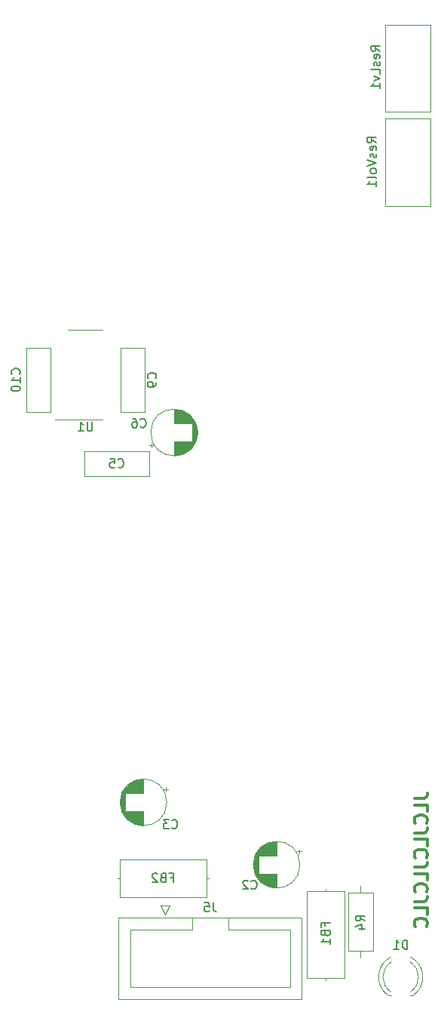
<source format=gbo>
G04 #@! TF.GenerationSoftware,KiCad,Pcbnew,6.0.9+dfsg-1~bpo11+1*
G04 #@! TF.CreationDate,2022-12-28T23:23:11+00:00*
G04 #@! TF.ProjectId,MS20-VCF,4d533230-2d56-4434-962e-6b696361645f,rev?*
G04 #@! TF.SameCoordinates,Original*
G04 #@! TF.FileFunction,Legend,Bot*
G04 #@! TF.FilePolarity,Positive*
%FSLAX46Y46*%
G04 Gerber Fmt 4.6, Leading zero omitted, Abs format (unit mm)*
G04 Created by KiCad (PCBNEW 6.0.9+dfsg-1~bpo11+1) date 2022-12-28 23:23:11*
%MOMM*%
%LPD*%
G01*
G04 APERTURE LIST*
%ADD10C,0.300000*%
%ADD11C,0.150000*%
%ADD12C,0.120000*%
%ADD13C,1.600000*%
%ADD14C,4.000000*%
%ADD15C,1.800000*%
%ADD16R,1.600000X1.600000*%
%ADD17O,1.600000X1.600000*%
%ADD18R,1.930000X1.830000*%
%ADD19C,2.130000*%
%ADD20R,1.500000X1.500000*%
%ADD21C,1.500000*%
%ADD22O,3.700000X2.400000*%
%ADD23R,1.800000X1.800000*%
%ADD24C,2.000000*%
%ADD25O,2.000000X2.000000*%
%ADD26C,1.700000*%
%ADD27C,1.440000*%
G04 APERTURE END LIST*
D10*
X82928571Y-123571428D02*
X84000000Y-123571428D01*
X84214285Y-123500000D01*
X84357142Y-123357142D01*
X84428571Y-123142857D01*
X84428571Y-123000000D01*
X84428571Y-125000000D02*
X84428571Y-124285714D01*
X82928571Y-124285714D01*
X84285714Y-126357142D02*
X84357142Y-126285714D01*
X84428571Y-126071428D01*
X84428571Y-125928571D01*
X84357142Y-125714285D01*
X84214285Y-125571428D01*
X84071428Y-125500000D01*
X83785714Y-125428571D01*
X83571428Y-125428571D01*
X83285714Y-125500000D01*
X83142857Y-125571428D01*
X83000000Y-125714285D01*
X82928571Y-125928571D01*
X82928571Y-126071428D01*
X83000000Y-126285714D01*
X83071428Y-126357142D01*
X82928571Y-127428571D02*
X84000000Y-127428571D01*
X84214285Y-127357142D01*
X84357142Y-127214285D01*
X84428571Y-127000000D01*
X84428571Y-126857142D01*
X84428571Y-128857142D02*
X84428571Y-128142857D01*
X82928571Y-128142857D01*
X84285714Y-130214285D02*
X84357142Y-130142857D01*
X84428571Y-129928571D01*
X84428571Y-129785714D01*
X84357142Y-129571428D01*
X84214285Y-129428571D01*
X84071428Y-129357142D01*
X83785714Y-129285714D01*
X83571428Y-129285714D01*
X83285714Y-129357142D01*
X83142857Y-129428571D01*
X83000000Y-129571428D01*
X82928571Y-129785714D01*
X82928571Y-129928571D01*
X83000000Y-130142857D01*
X83071428Y-130214285D01*
X82928571Y-131285714D02*
X84000000Y-131285714D01*
X84214285Y-131214285D01*
X84357142Y-131071428D01*
X84428571Y-130857142D01*
X84428571Y-130714285D01*
X84428571Y-132714285D02*
X84428571Y-132000000D01*
X82928571Y-132000000D01*
X84285714Y-134071428D02*
X84357142Y-134000000D01*
X84428571Y-133785714D01*
X84428571Y-133642857D01*
X84357142Y-133428571D01*
X84214285Y-133285714D01*
X84071428Y-133214285D01*
X83785714Y-133142857D01*
X83571428Y-133142857D01*
X83285714Y-133214285D01*
X83142857Y-133285714D01*
X83000000Y-133428571D01*
X82928571Y-133642857D01*
X82928571Y-133785714D01*
X83000000Y-134000000D01*
X83071428Y-134071428D01*
X82928571Y-135142857D02*
X84000000Y-135142857D01*
X84214285Y-135071428D01*
X84357142Y-134928571D01*
X84428571Y-134714285D01*
X84428571Y-134571428D01*
X84428571Y-136571428D02*
X84428571Y-135857142D01*
X82928571Y-135857142D01*
X84285714Y-137928571D02*
X84357142Y-137857142D01*
X84428571Y-137642857D01*
X84428571Y-137500000D01*
X84357142Y-137285714D01*
X84214285Y-137142857D01*
X84071428Y-137071428D01*
X83785714Y-137000000D01*
X83571428Y-137000000D01*
X83285714Y-137071428D01*
X83142857Y-137142857D01*
X83000000Y-137285714D01*
X82928571Y-137500000D01*
X82928571Y-137642857D01*
X83000000Y-137857142D01*
X83071428Y-137928571D01*
D11*
X64616666Y-133657142D02*
X64664285Y-133704761D01*
X64807142Y-133752380D01*
X64902380Y-133752380D01*
X65045238Y-133704761D01*
X65140476Y-133609523D01*
X65188095Y-133514285D01*
X65235714Y-133323809D01*
X65235714Y-133180952D01*
X65188095Y-132990476D01*
X65140476Y-132895238D01*
X65045238Y-132800000D01*
X64902380Y-132752380D01*
X64807142Y-132752380D01*
X64664285Y-132800000D01*
X64616666Y-132847619D01*
X64235714Y-132847619D02*
X64188095Y-132800000D01*
X64092857Y-132752380D01*
X63854761Y-132752380D01*
X63759523Y-132800000D01*
X63711904Y-132847619D01*
X63664285Y-132942857D01*
X63664285Y-133038095D01*
X63711904Y-133180952D01*
X64283333Y-133752380D01*
X63664285Y-133752380D01*
X55711553Y-126857142D02*
X55759172Y-126904761D01*
X55902029Y-126952380D01*
X55997267Y-126952380D01*
X56140125Y-126904761D01*
X56235363Y-126809523D01*
X56282982Y-126714285D01*
X56330601Y-126523809D01*
X56330601Y-126380952D01*
X56282982Y-126190476D01*
X56235363Y-126095238D01*
X56140125Y-126000000D01*
X55997267Y-125952380D01*
X55902029Y-125952380D01*
X55759172Y-126000000D01*
X55711553Y-126047619D01*
X55378220Y-125952380D02*
X54759172Y-125952380D01*
X55092506Y-126333333D01*
X54949648Y-126333333D01*
X54854410Y-126380952D01*
X54806791Y-126428571D01*
X54759172Y-126523809D01*
X54759172Y-126761904D01*
X54806791Y-126857142D01*
X54854410Y-126904761D01*
X54949648Y-126952380D01*
X55235363Y-126952380D01*
X55330601Y-126904761D01*
X55378220Y-126857142D01*
X52166666Y-81857142D02*
X52214285Y-81904761D01*
X52357142Y-81952380D01*
X52452380Y-81952380D01*
X52595238Y-81904761D01*
X52690476Y-81809523D01*
X52738095Y-81714285D01*
X52785714Y-81523809D01*
X52785714Y-81380952D01*
X52738095Y-81190476D01*
X52690476Y-81095238D01*
X52595238Y-81000000D01*
X52452380Y-80952380D01*
X52357142Y-80952380D01*
X52214285Y-81000000D01*
X52166666Y-81047619D01*
X51309523Y-80952380D02*
X51500000Y-80952380D01*
X51595238Y-81000000D01*
X51642857Y-81047619D01*
X51738095Y-81190476D01*
X51785714Y-81380952D01*
X51785714Y-81761904D01*
X51738095Y-81857142D01*
X51690476Y-81904761D01*
X51595238Y-81952380D01*
X51404761Y-81952380D01*
X51309523Y-81904761D01*
X51261904Y-81857142D01*
X51214285Y-81761904D01*
X51214285Y-81523809D01*
X51261904Y-81428571D01*
X51309523Y-81380952D01*
X51404761Y-81333333D01*
X51595238Y-81333333D01*
X51690476Y-81380952D01*
X51738095Y-81428571D01*
X51785714Y-81523809D01*
X82138095Y-140452380D02*
X82138095Y-139452380D01*
X81900000Y-139452380D01*
X81757142Y-139500000D01*
X81661904Y-139595238D01*
X81614285Y-139690476D01*
X81566666Y-139880952D01*
X81566666Y-140023809D01*
X81614285Y-140214285D01*
X81661904Y-140309523D01*
X81757142Y-140404761D01*
X81900000Y-140452380D01*
X82138095Y-140452380D01*
X80614285Y-140452380D02*
X81185714Y-140452380D01*
X80900000Y-140452380D02*
X80900000Y-139452380D01*
X80995238Y-139595238D01*
X81090476Y-139690476D01*
X81185714Y-139738095D01*
X55533333Y-132428571D02*
X55866666Y-132428571D01*
X55866666Y-132952380D02*
X55866666Y-131952380D01*
X55390476Y-131952380D01*
X54676190Y-132428571D02*
X54533333Y-132476190D01*
X54485714Y-132523809D01*
X54438095Y-132619047D01*
X54438095Y-132761904D01*
X54485714Y-132857142D01*
X54533333Y-132904761D01*
X54628571Y-132952380D01*
X55009523Y-132952380D01*
X55009523Y-131952380D01*
X54676190Y-131952380D01*
X54580952Y-132000000D01*
X54533333Y-132047619D01*
X54485714Y-132142857D01*
X54485714Y-132238095D01*
X54533333Y-132333333D01*
X54580952Y-132380952D01*
X54676190Y-132428571D01*
X55009523Y-132428571D01*
X54057142Y-132047619D02*
X54009523Y-132000000D01*
X53914285Y-131952380D01*
X53676190Y-131952380D01*
X53580952Y-132000000D01*
X53533333Y-132047619D01*
X53485714Y-132142857D01*
X53485714Y-132238095D01*
X53533333Y-132380952D01*
X54104761Y-132952380D01*
X53485714Y-132952380D01*
X60333333Y-135252380D02*
X60333333Y-135966666D01*
X60380952Y-136109523D01*
X60476190Y-136204761D01*
X60619047Y-136252380D01*
X60714285Y-136252380D01*
X59380952Y-135252380D02*
X59857142Y-135252380D01*
X59904761Y-135728571D01*
X59857142Y-135680952D01*
X59761904Y-135633333D01*
X59523809Y-135633333D01*
X59428571Y-135680952D01*
X59380952Y-135728571D01*
X59333333Y-135823809D01*
X59333333Y-136061904D01*
X59380952Y-136157142D01*
X59428571Y-136204761D01*
X59523809Y-136252380D01*
X59761904Y-136252380D01*
X59857142Y-136204761D01*
X59904761Y-136157142D01*
X79072380Y-39714285D02*
X78596190Y-39380952D01*
X79072380Y-39142857D02*
X78072380Y-39142857D01*
X78072380Y-39523809D01*
X78120000Y-39619047D01*
X78167619Y-39666666D01*
X78262857Y-39714285D01*
X78405714Y-39714285D01*
X78500952Y-39666666D01*
X78548571Y-39619047D01*
X78596190Y-39523809D01*
X78596190Y-39142857D01*
X79024761Y-40523809D02*
X79072380Y-40428571D01*
X79072380Y-40238095D01*
X79024761Y-40142857D01*
X78929523Y-40095238D01*
X78548571Y-40095238D01*
X78453333Y-40142857D01*
X78405714Y-40238095D01*
X78405714Y-40428571D01*
X78453333Y-40523809D01*
X78548571Y-40571428D01*
X78643809Y-40571428D01*
X78739047Y-40095238D01*
X79024761Y-40952380D02*
X79072380Y-41047619D01*
X79072380Y-41238095D01*
X79024761Y-41333333D01*
X78929523Y-41380952D01*
X78881904Y-41380952D01*
X78786666Y-41333333D01*
X78739047Y-41238095D01*
X78739047Y-41095238D01*
X78691428Y-41000000D01*
X78596190Y-40952380D01*
X78548571Y-40952380D01*
X78453333Y-41000000D01*
X78405714Y-41095238D01*
X78405714Y-41238095D01*
X78453333Y-41333333D01*
X79072380Y-42285714D02*
X79072380Y-41809523D01*
X78072380Y-41809523D01*
X78405714Y-42523809D02*
X79072380Y-42761904D01*
X78405714Y-43000000D01*
X79072380Y-43904761D02*
X79072380Y-43333333D01*
X79072380Y-43619047D02*
X78072380Y-43619047D01*
X78215238Y-43523809D01*
X78310476Y-43428571D01*
X78358095Y-43333333D01*
X78652380Y-49997142D02*
X78176190Y-49663809D01*
X78652380Y-49425714D02*
X77652380Y-49425714D01*
X77652380Y-49806666D01*
X77700000Y-49901904D01*
X77747619Y-49949523D01*
X77842857Y-49997142D01*
X77985714Y-49997142D01*
X78080952Y-49949523D01*
X78128571Y-49901904D01*
X78176190Y-49806666D01*
X78176190Y-49425714D01*
X78604761Y-50806666D02*
X78652380Y-50711428D01*
X78652380Y-50520952D01*
X78604761Y-50425714D01*
X78509523Y-50378095D01*
X78128571Y-50378095D01*
X78033333Y-50425714D01*
X77985714Y-50520952D01*
X77985714Y-50711428D01*
X78033333Y-50806666D01*
X78128571Y-50854285D01*
X78223809Y-50854285D01*
X78319047Y-50378095D01*
X78604761Y-51235238D02*
X78652380Y-51330476D01*
X78652380Y-51520952D01*
X78604761Y-51616190D01*
X78509523Y-51663809D01*
X78461904Y-51663809D01*
X78366666Y-51616190D01*
X78319047Y-51520952D01*
X78319047Y-51378095D01*
X78271428Y-51282857D01*
X78176190Y-51235238D01*
X78128571Y-51235238D01*
X78033333Y-51282857D01*
X77985714Y-51378095D01*
X77985714Y-51520952D01*
X78033333Y-51616190D01*
X77652380Y-51949523D02*
X78652380Y-52282857D01*
X77652380Y-52616190D01*
X78652380Y-53092380D02*
X78604761Y-52997142D01*
X78557142Y-52949523D01*
X78461904Y-52901904D01*
X78176190Y-52901904D01*
X78080952Y-52949523D01*
X78033333Y-52997142D01*
X77985714Y-53092380D01*
X77985714Y-53235238D01*
X78033333Y-53330476D01*
X78080952Y-53378095D01*
X78176190Y-53425714D01*
X78461904Y-53425714D01*
X78557142Y-53378095D01*
X78604761Y-53330476D01*
X78652380Y-53235238D01*
X78652380Y-53092380D01*
X78652380Y-53997142D02*
X78604761Y-53901904D01*
X78509523Y-53854285D01*
X77652380Y-53854285D01*
X78652380Y-54901904D02*
X78652380Y-54330476D01*
X78652380Y-54616190D02*
X77652380Y-54616190D01*
X77795238Y-54520952D01*
X77890476Y-54425714D01*
X77938095Y-54330476D01*
X77352380Y-137313333D02*
X76876190Y-136980000D01*
X77352380Y-136741904D02*
X76352380Y-136741904D01*
X76352380Y-137122857D01*
X76400000Y-137218095D01*
X76447619Y-137265714D01*
X76542857Y-137313333D01*
X76685714Y-137313333D01*
X76780952Y-137265714D01*
X76828571Y-137218095D01*
X76876190Y-137122857D01*
X76876190Y-136741904D01*
X76685714Y-138170476D02*
X77352380Y-138170476D01*
X76304761Y-137932380D02*
X77019047Y-137694285D01*
X77019047Y-138313333D01*
X72928571Y-137866666D02*
X72928571Y-137533333D01*
X73452380Y-137533333D02*
X72452380Y-137533333D01*
X72452380Y-138009523D01*
X72928571Y-138723809D02*
X72976190Y-138866666D01*
X73023809Y-138914285D01*
X73119047Y-138961904D01*
X73261904Y-138961904D01*
X73357142Y-138914285D01*
X73404761Y-138866666D01*
X73452380Y-138771428D01*
X73452380Y-138390476D01*
X72452380Y-138390476D01*
X72452380Y-138723809D01*
X72500000Y-138819047D01*
X72547619Y-138866666D01*
X72642857Y-138914285D01*
X72738095Y-138914285D01*
X72833333Y-138866666D01*
X72880952Y-138819047D01*
X72928571Y-138723809D01*
X72928571Y-138390476D01*
X73452380Y-139914285D02*
X73452380Y-139342857D01*
X73452380Y-139628571D02*
X72452380Y-139628571D01*
X72595238Y-139533333D01*
X72690476Y-139438095D01*
X72738095Y-139342857D01*
X46761904Y-81352380D02*
X46761904Y-82161904D01*
X46714285Y-82257142D01*
X46666666Y-82304761D01*
X46571428Y-82352380D01*
X46380952Y-82352380D01*
X46285714Y-82304761D01*
X46238095Y-82257142D01*
X46190476Y-82161904D01*
X46190476Y-81352380D01*
X45190476Y-82352380D02*
X45761904Y-82352380D01*
X45476190Y-82352380D02*
X45476190Y-81352380D01*
X45571428Y-81495238D01*
X45666666Y-81590476D01*
X45761904Y-81638095D01*
X49666666Y-86357142D02*
X49714285Y-86404761D01*
X49857142Y-86452380D01*
X49952380Y-86452380D01*
X50095238Y-86404761D01*
X50190476Y-86309523D01*
X50238095Y-86214285D01*
X50285714Y-86023809D01*
X50285714Y-85880952D01*
X50238095Y-85690476D01*
X50190476Y-85595238D01*
X50095238Y-85500000D01*
X49952380Y-85452380D01*
X49857142Y-85452380D01*
X49714285Y-85500000D01*
X49666666Y-85547619D01*
X48761904Y-85452380D02*
X49238095Y-85452380D01*
X49285714Y-85928571D01*
X49238095Y-85880952D01*
X49142857Y-85833333D01*
X48904761Y-85833333D01*
X48809523Y-85880952D01*
X48761904Y-85928571D01*
X48714285Y-86023809D01*
X48714285Y-86261904D01*
X48761904Y-86357142D01*
X48809523Y-86404761D01*
X48904761Y-86452380D01*
X49142857Y-86452380D01*
X49238095Y-86404761D01*
X49285714Y-86357142D01*
X53857142Y-76433333D02*
X53904761Y-76385714D01*
X53952380Y-76242857D01*
X53952380Y-76147619D01*
X53904761Y-76004761D01*
X53809523Y-75909523D01*
X53714285Y-75861904D01*
X53523809Y-75814285D01*
X53380952Y-75814285D01*
X53190476Y-75861904D01*
X53095238Y-75909523D01*
X53000000Y-76004761D01*
X52952380Y-76147619D01*
X52952380Y-76242857D01*
X53000000Y-76385714D01*
X53047619Y-76433333D01*
X53952380Y-76909523D02*
X53952380Y-77100000D01*
X53904761Y-77195238D01*
X53857142Y-77242857D01*
X53714285Y-77338095D01*
X53523809Y-77385714D01*
X53142857Y-77385714D01*
X53047619Y-77338095D01*
X53000000Y-77290476D01*
X52952380Y-77195238D01*
X52952380Y-77004761D01*
X53000000Y-76909523D01*
X53047619Y-76861904D01*
X53142857Y-76814285D01*
X53380952Y-76814285D01*
X53476190Y-76861904D01*
X53523809Y-76909523D01*
X53571428Y-77004761D01*
X53571428Y-77195238D01*
X53523809Y-77290476D01*
X53476190Y-77338095D01*
X53380952Y-77385714D01*
X38557142Y-75957142D02*
X38604761Y-75909523D01*
X38652380Y-75766666D01*
X38652380Y-75671428D01*
X38604761Y-75528571D01*
X38509523Y-75433333D01*
X38414285Y-75385714D01*
X38223809Y-75338095D01*
X38080952Y-75338095D01*
X37890476Y-75385714D01*
X37795238Y-75433333D01*
X37700000Y-75528571D01*
X37652380Y-75671428D01*
X37652380Y-75766666D01*
X37700000Y-75909523D01*
X37747619Y-75957142D01*
X38652380Y-76909523D02*
X38652380Y-76338095D01*
X38652380Y-76623809D02*
X37652380Y-76623809D01*
X37795238Y-76528571D01*
X37890476Y-76433333D01*
X37938095Y-76338095D01*
X37652380Y-77528571D02*
X37652380Y-77623809D01*
X37700000Y-77719047D01*
X37747619Y-77766666D01*
X37842857Y-77814285D01*
X38033333Y-77861904D01*
X38271428Y-77861904D01*
X38461904Y-77814285D01*
X38557142Y-77766666D01*
X38604761Y-77719047D01*
X38652380Y-77623809D01*
X38652380Y-77528571D01*
X38604761Y-77433333D01*
X38557142Y-77385714D01*
X38461904Y-77338095D01*
X38271428Y-77290476D01*
X38033333Y-77290476D01*
X37842857Y-77338095D01*
X37747619Y-77385714D01*
X37700000Y-77433333D01*
X37652380Y-77528571D01*
D12*
X66534112Y-132040000D02*
X66534112Y-133414000D01*
X66174112Y-132040000D02*
X66174112Y-133247000D01*
X66654112Y-128545000D02*
X66654112Y-129960000D01*
X65494112Y-129301000D02*
X65494112Y-129960000D01*
X70009887Y-129275000D02*
X70009887Y-129775000D01*
X67255112Y-128427000D02*
X67255112Y-129960000D01*
X66014112Y-132040000D02*
X66014112Y-133149000D01*
X65094112Y-129902000D02*
X65094112Y-132098000D01*
X65374112Y-129446000D02*
X65374112Y-132554000D01*
X66374112Y-128652000D02*
X66374112Y-129960000D01*
X64974112Y-130195000D02*
X64974112Y-131805000D01*
X66855112Y-128489000D02*
X66855112Y-129960000D01*
X66614112Y-128558000D02*
X66614112Y-129960000D01*
X67015112Y-128457000D02*
X67015112Y-129960000D01*
X65534112Y-129257000D02*
X65534112Y-129960000D01*
X64894112Y-130482000D02*
X64894112Y-131518000D01*
X65454112Y-129347000D02*
X65454112Y-129960000D01*
X65574112Y-132040000D02*
X65574112Y-132785000D01*
X67015112Y-132040000D02*
X67015112Y-133543000D01*
X67455112Y-128420000D02*
X67455112Y-129960000D01*
X66454112Y-128618000D02*
X66454112Y-129960000D01*
X66294112Y-128690000D02*
X66294112Y-129960000D01*
X67095112Y-132040000D02*
X67095112Y-133556000D01*
X65454112Y-132040000D02*
X65454112Y-132653000D01*
X65254112Y-129617000D02*
X65254112Y-132383000D01*
X65854112Y-128965000D02*
X65854112Y-129960000D01*
X67415112Y-128420000D02*
X67415112Y-129960000D01*
X67415112Y-132040000D02*
X67415112Y-133580000D01*
X65294112Y-129557000D02*
X65294112Y-132443000D01*
X66254112Y-128710000D02*
X66254112Y-129960000D01*
X67295112Y-132040000D02*
X67295112Y-133576000D01*
X66334112Y-128671000D02*
X66334112Y-129960000D01*
X65534112Y-132040000D02*
X65534112Y-132743000D01*
X66815112Y-128499000D02*
X66815112Y-129960000D01*
X67295112Y-128424000D02*
X67295112Y-129960000D01*
X66574112Y-128572000D02*
X66574112Y-129960000D01*
X65774112Y-132040000D02*
X65774112Y-132971000D01*
X65334112Y-129500000D02*
X65334112Y-132500000D01*
X66895112Y-128480000D02*
X66895112Y-129960000D01*
X66895112Y-132040000D02*
X66895112Y-133520000D01*
X67215112Y-132040000D02*
X67215112Y-133569000D01*
X66775112Y-132040000D02*
X66775112Y-133491000D01*
X66374112Y-132040000D02*
X66374112Y-133348000D01*
X67175112Y-132040000D02*
X67175112Y-133565000D01*
X66134112Y-128776000D02*
X66134112Y-129960000D01*
X65934112Y-128905000D02*
X65934112Y-129960000D01*
X66134112Y-132040000D02*
X66134112Y-133224000D01*
X64854112Y-130716000D02*
X64854112Y-131284000D01*
X67055112Y-132040000D02*
X67055112Y-133550000D01*
X67335112Y-128422000D02*
X67335112Y-129960000D01*
X66734112Y-132040000D02*
X66734112Y-133480000D01*
X66694112Y-128532000D02*
X66694112Y-129960000D01*
X66054112Y-128825000D02*
X66054112Y-129960000D01*
X67135112Y-128439000D02*
X67135112Y-129960000D01*
X67375112Y-128421000D02*
X67375112Y-129960000D01*
X66654112Y-132040000D02*
X66654112Y-133455000D01*
X65174112Y-129749000D02*
X65174112Y-132251000D01*
X66014112Y-128851000D02*
X66014112Y-129960000D01*
X66174112Y-128753000D02*
X66174112Y-129960000D01*
X65134112Y-129822000D02*
X65134112Y-132178000D01*
X65774112Y-129029000D02*
X65774112Y-129960000D01*
X66414112Y-132040000D02*
X66414112Y-133365000D01*
X65894112Y-128935000D02*
X65894112Y-129960000D01*
X65694112Y-132040000D02*
X65694112Y-132901000D01*
X66414112Y-128635000D02*
X66414112Y-129960000D01*
X66935112Y-132040000D02*
X66935112Y-133528000D01*
X67255112Y-132040000D02*
X67255112Y-133573000D01*
X66094112Y-128800000D02*
X66094112Y-129960000D01*
X65214112Y-129681000D02*
X65214112Y-132319000D01*
X66214112Y-128732000D02*
X66214112Y-129960000D01*
X65654112Y-129136000D02*
X65654112Y-129960000D01*
X66494112Y-132040000D02*
X66494112Y-133398000D01*
X65614112Y-132040000D02*
X65614112Y-132826000D01*
X66454112Y-132040000D02*
X66454112Y-133382000D01*
X66815112Y-132040000D02*
X66815112Y-133501000D01*
X66574112Y-132040000D02*
X66574112Y-133428000D01*
X67095112Y-128444000D02*
X67095112Y-129960000D01*
X67135112Y-132040000D02*
X67135112Y-133561000D01*
X65494112Y-132040000D02*
X65494112Y-132699000D01*
X67055112Y-128450000D02*
X67055112Y-129960000D01*
X67335112Y-132040000D02*
X67335112Y-133578000D01*
X67455112Y-132040000D02*
X67455112Y-133580000D01*
X66334112Y-132040000D02*
X66334112Y-133329000D01*
X65614112Y-129174000D02*
X65614112Y-129960000D01*
X65934112Y-132040000D02*
X65934112Y-133095000D01*
X65894112Y-132040000D02*
X65894112Y-133065000D01*
X66054112Y-132040000D02*
X66054112Y-133175000D01*
X65974112Y-128878000D02*
X65974112Y-129960000D01*
X65974112Y-132040000D02*
X65974112Y-133122000D01*
X66094112Y-132040000D02*
X66094112Y-133200000D01*
X65854112Y-132040000D02*
X65854112Y-133035000D01*
X66855112Y-132040000D02*
X66855112Y-133511000D01*
X66214112Y-132040000D02*
X66214112Y-133268000D01*
X65574112Y-129215000D02*
X65574112Y-129960000D01*
X66734112Y-128520000D02*
X66734112Y-129960000D01*
X65414112Y-129395000D02*
X65414112Y-132605000D01*
X66494112Y-128602000D02*
X66494112Y-129960000D01*
X65054112Y-129989000D02*
X65054112Y-132011000D01*
X66975112Y-128464000D02*
X66975112Y-129960000D01*
X65814112Y-128996000D02*
X65814112Y-129960000D01*
X70259887Y-129525000D02*
X69759887Y-129525000D01*
X65654112Y-132040000D02*
X65654112Y-132864000D01*
X67175112Y-128435000D02*
X67175112Y-129960000D01*
X65734112Y-129063000D02*
X65734112Y-129960000D01*
X66254112Y-132040000D02*
X66254112Y-133290000D01*
X65734112Y-132040000D02*
X65734112Y-132937000D01*
X65014112Y-130085000D02*
X65014112Y-131915000D01*
X64934112Y-130323000D02*
X64934112Y-131677000D01*
X65814112Y-132040000D02*
X65814112Y-133004000D01*
X66935112Y-128472000D02*
X66935112Y-129960000D01*
X67215112Y-128431000D02*
X67215112Y-129960000D01*
X67375112Y-132040000D02*
X67375112Y-133579000D01*
X66534112Y-128586000D02*
X66534112Y-129960000D01*
X66614112Y-132040000D02*
X66614112Y-133442000D01*
X66975112Y-132040000D02*
X66975112Y-133536000D01*
X66694112Y-132040000D02*
X66694112Y-133468000D01*
X66294112Y-132040000D02*
X66294112Y-133310000D01*
X66775112Y-128509000D02*
X66775112Y-129960000D01*
X65694112Y-129099000D02*
X65694112Y-129960000D01*
X70075112Y-131000000D02*
G75*
G03*
X70075112Y-131000000I-2620000J0D01*
G01*
X51099000Y-125040000D02*
X51099000Y-126175000D01*
X52500000Y-125040000D02*
X52500000Y-126580000D01*
X50299000Y-122617000D02*
X50299000Y-125383000D01*
X52380000Y-121422000D02*
X52380000Y-122960000D01*
X52300000Y-121427000D02*
X52300000Y-122960000D01*
X51579000Y-125040000D02*
X51579000Y-126414000D01*
X50859000Y-121996000D02*
X50859000Y-122960000D01*
X50259000Y-122681000D02*
X50259000Y-125319000D01*
X50939000Y-125040000D02*
X50939000Y-126065000D01*
X50699000Y-122136000D02*
X50699000Y-122960000D01*
X49939000Y-123482000D02*
X49939000Y-124518000D01*
X51900000Y-125040000D02*
X51900000Y-126511000D01*
X51179000Y-121776000D02*
X51179000Y-122960000D01*
X50139000Y-122902000D02*
X50139000Y-125098000D01*
X51659000Y-121558000D02*
X51659000Y-122960000D01*
X51299000Y-125040000D02*
X51299000Y-126290000D01*
X51259000Y-121732000D02*
X51259000Y-122960000D01*
X52380000Y-125040000D02*
X52380000Y-126578000D01*
X50499000Y-122347000D02*
X50499000Y-122960000D01*
X51860000Y-121499000D02*
X51860000Y-122960000D01*
X50979000Y-125040000D02*
X50979000Y-126095000D01*
X50819000Y-125040000D02*
X50819000Y-125971000D01*
X50059000Y-123085000D02*
X50059000Y-124915000D01*
X51139000Y-125040000D02*
X51139000Y-126200000D01*
X50899000Y-121965000D02*
X50899000Y-122960000D01*
X52420000Y-125040000D02*
X52420000Y-126579000D01*
X50859000Y-125040000D02*
X50859000Y-126004000D01*
X50499000Y-125040000D02*
X50499000Y-125653000D01*
X52460000Y-125040000D02*
X52460000Y-126580000D01*
X52460000Y-121420000D02*
X52460000Y-122960000D01*
X51779000Y-121520000D02*
X51779000Y-122960000D01*
X51019000Y-125040000D02*
X51019000Y-126122000D01*
X50379000Y-122500000D02*
X50379000Y-125500000D01*
X50739000Y-125040000D02*
X50739000Y-125901000D01*
X52180000Y-121439000D02*
X52180000Y-122960000D01*
X51379000Y-125040000D02*
X51379000Y-126329000D01*
X50779000Y-122063000D02*
X50779000Y-122960000D01*
X51820000Y-121509000D02*
X51820000Y-122960000D01*
X50219000Y-122749000D02*
X50219000Y-125251000D01*
X50939000Y-121935000D02*
X50939000Y-122960000D01*
X51659000Y-125040000D02*
X51659000Y-126442000D01*
X50899000Y-125040000D02*
X50899000Y-126035000D01*
X50739000Y-122099000D02*
X50739000Y-122960000D01*
X50819000Y-122029000D02*
X50819000Y-122960000D01*
X51900000Y-121489000D02*
X51900000Y-122960000D01*
X52260000Y-121431000D02*
X52260000Y-122960000D01*
X50099000Y-122989000D02*
X50099000Y-125011000D01*
X52340000Y-125040000D02*
X52340000Y-126576000D01*
X49899000Y-123716000D02*
X49899000Y-124284000D01*
X52060000Y-125040000D02*
X52060000Y-126543000D01*
X52220000Y-125040000D02*
X52220000Y-126565000D01*
X55304775Y-122525000D02*
X54804775Y-122525000D01*
X51739000Y-121532000D02*
X51739000Y-122960000D01*
X50019000Y-123195000D02*
X50019000Y-124805000D01*
X50619000Y-125040000D02*
X50619000Y-125785000D01*
X51699000Y-125040000D02*
X51699000Y-126455000D01*
X52140000Y-121444000D02*
X52140000Y-122960000D01*
X51219000Y-121753000D02*
X51219000Y-122960000D01*
X50659000Y-122174000D02*
X50659000Y-122960000D01*
X50699000Y-125040000D02*
X50699000Y-125864000D01*
X51019000Y-121878000D02*
X51019000Y-122960000D01*
X50659000Y-125040000D02*
X50659000Y-125826000D01*
X50579000Y-125040000D02*
X50579000Y-125743000D01*
X51459000Y-125040000D02*
X51459000Y-126365000D01*
X52500000Y-121420000D02*
X52500000Y-122960000D01*
X51739000Y-125040000D02*
X51739000Y-126468000D01*
X52100000Y-121450000D02*
X52100000Y-122960000D01*
X51299000Y-121710000D02*
X51299000Y-122960000D01*
X52060000Y-121457000D02*
X52060000Y-122960000D01*
X51459000Y-121635000D02*
X51459000Y-122960000D01*
X51259000Y-125040000D02*
X51259000Y-126268000D01*
X55054775Y-122275000D02*
X55054775Y-122775000D01*
X51940000Y-125040000D02*
X51940000Y-126520000D01*
X52180000Y-125040000D02*
X52180000Y-126561000D01*
X52140000Y-125040000D02*
X52140000Y-126556000D01*
X51419000Y-125040000D02*
X51419000Y-126348000D01*
X51579000Y-121586000D02*
X51579000Y-122960000D01*
X50539000Y-122301000D02*
X50539000Y-122960000D01*
X50339000Y-122557000D02*
X50339000Y-125443000D01*
X50539000Y-125040000D02*
X50539000Y-125699000D01*
X50179000Y-122822000D02*
X50179000Y-125178000D01*
X51499000Y-121618000D02*
X51499000Y-122960000D01*
X51059000Y-125040000D02*
X51059000Y-126149000D01*
X51059000Y-121851000D02*
X51059000Y-122960000D01*
X50619000Y-122215000D02*
X50619000Y-122960000D01*
X52300000Y-125040000D02*
X52300000Y-126573000D01*
X51940000Y-121480000D02*
X51940000Y-122960000D01*
X50579000Y-122257000D02*
X50579000Y-122960000D01*
X51619000Y-125040000D02*
X51619000Y-126428000D01*
X51419000Y-121652000D02*
X51419000Y-122960000D01*
X51539000Y-121602000D02*
X51539000Y-122960000D01*
X50459000Y-122395000D02*
X50459000Y-125605000D01*
X51820000Y-125040000D02*
X51820000Y-126491000D01*
X52420000Y-121421000D02*
X52420000Y-122960000D01*
X52340000Y-121424000D02*
X52340000Y-122960000D01*
X49979000Y-123323000D02*
X49979000Y-124677000D01*
X50779000Y-125040000D02*
X50779000Y-125937000D01*
X51980000Y-121472000D02*
X51980000Y-122960000D01*
X51099000Y-121825000D02*
X51099000Y-122960000D01*
X51339000Y-125040000D02*
X51339000Y-126310000D01*
X52220000Y-121435000D02*
X52220000Y-122960000D01*
X51860000Y-125040000D02*
X51860000Y-126501000D01*
X52020000Y-125040000D02*
X52020000Y-126536000D01*
X52020000Y-121464000D02*
X52020000Y-122960000D01*
X52100000Y-125040000D02*
X52100000Y-126550000D01*
X50419000Y-122446000D02*
X50419000Y-125554000D01*
X51139000Y-121800000D02*
X51139000Y-122960000D01*
X51379000Y-121671000D02*
X51379000Y-122960000D01*
X51779000Y-125040000D02*
X51779000Y-126480000D01*
X52260000Y-125040000D02*
X52260000Y-126569000D01*
X51339000Y-121690000D02*
X51339000Y-122960000D01*
X50979000Y-121905000D02*
X50979000Y-122960000D01*
X51179000Y-125040000D02*
X51179000Y-126224000D01*
X51699000Y-121545000D02*
X51699000Y-122960000D01*
X51619000Y-121572000D02*
X51619000Y-122960000D01*
X51219000Y-125040000D02*
X51219000Y-126247000D01*
X51539000Y-125040000D02*
X51539000Y-126398000D01*
X51980000Y-125040000D02*
X51980000Y-126528000D01*
X51499000Y-125040000D02*
X51499000Y-126382000D01*
X55120000Y-124000000D02*
G75*
G03*
X55120000Y-124000000I-2620000J0D01*
G01*
X57345888Y-84675000D02*
X57345888Y-83540000D01*
X56104888Y-81460000D02*
X56104888Y-79924000D01*
X57825888Y-84285000D02*
X57825888Y-83540000D01*
X56304888Y-85056000D02*
X56304888Y-83540000D01*
X57025888Y-84848000D02*
X57025888Y-83540000D01*
X56584888Y-81460000D02*
X56584888Y-79999000D01*
X56544888Y-85011000D02*
X56544888Y-83540000D01*
X58545888Y-82784000D02*
X58545888Y-82216000D01*
X57705888Y-81460000D02*
X57705888Y-80599000D01*
X56344888Y-85050000D02*
X56344888Y-83540000D01*
X56464888Y-85028000D02*
X56464888Y-83540000D01*
X57505888Y-81460000D02*
X57505888Y-80435000D01*
X57825888Y-81460000D02*
X57825888Y-80715000D01*
X56825888Y-81460000D02*
X56825888Y-80072000D01*
X57225888Y-81460000D02*
X57225888Y-80253000D01*
X56424888Y-85036000D02*
X56424888Y-83540000D01*
X56945888Y-84882000D02*
X56945888Y-83540000D01*
X57185888Y-84768000D02*
X57185888Y-83540000D01*
X56504888Y-85020000D02*
X56504888Y-83540000D01*
X56985888Y-81460000D02*
X56985888Y-80135000D01*
X57145888Y-84790000D02*
X57145888Y-83540000D01*
X56104888Y-85076000D02*
X56104888Y-83540000D01*
X57345888Y-81460000D02*
X57345888Y-80325000D01*
X56264888Y-85061000D02*
X56264888Y-83540000D01*
X57065888Y-84829000D02*
X57065888Y-83540000D01*
X57025888Y-81460000D02*
X57025888Y-80152000D01*
X55984888Y-85080000D02*
X55984888Y-83540000D01*
X57785888Y-81460000D02*
X57785888Y-80674000D01*
X56785888Y-84942000D02*
X56785888Y-83540000D01*
X57665888Y-84437000D02*
X57665888Y-83540000D01*
X57265888Y-81460000D02*
X57265888Y-80276000D01*
X56905888Y-84898000D02*
X56905888Y-83540000D01*
X57385888Y-84649000D02*
X57385888Y-83540000D01*
X57265888Y-84724000D02*
X57265888Y-83540000D01*
X55944888Y-85080000D02*
X55944888Y-83540000D01*
X56464888Y-81460000D02*
X56464888Y-79972000D01*
X57905888Y-84199000D02*
X57905888Y-83540000D01*
X56624888Y-81460000D02*
X56624888Y-80009000D01*
X58185888Y-83819000D02*
X58185888Y-81181000D01*
X56905888Y-81460000D02*
X56905888Y-80102000D01*
X57785888Y-84326000D02*
X57785888Y-83540000D01*
X57985888Y-84105000D02*
X57985888Y-80895000D01*
X57905888Y-81460000D02*
X57905888Y-80801000D01*
X56264888Y-81460000D02*
X56264888Y-79939000D01*
X58265888Y-83678000D02*
X58265888Y-81322000D01*
X56024888Y-85079000D02*
X56024888Y-83540000D01*
X55944888Y-81460000D02*
X55944888Y-79920000D01*
X57865888Y-84243000D02*
X57865888Y-83540000D01*
X58145888Y-83883000D02*
X58145888Y-81117000D01*
X56184888Y-85069000D02*
X56184888Y-83540000D01*
X57425888Y-84622000D02*
X57425888Y-83540000D01*
X56865888Y-81460000D02*
X56865888Y-80086000D01*
X56384888Y-85043000D02*
X56384888Y-83540000D01*
X57585888Y-84504000D02*
X57585888Y-83540000D01*
X57465888Y-84595000D02*
X57465888Y-83540000D01*
X56064888Y-81460000D02*
X56064888Y-79922000D01*
X56184888Y-81460000D02*
X56184888Y-79931000D01*
X56224888Y-81460000D02*
X56224888Y-79935000D01*
X56665888Y-84980000D02*
X56665888Y-83540000D01*
X58465888Y-83177000D02*
X58465888Y-81823000D01*
X56424888Y-81460000D02*
X56424888Y-79964000D01*
X56544888Y-81460000D02*
X56544888Y-79989000D01*
X57425888Y-81460000D02*
X57425888Y-80378000D01*
X57945888Y-81460000D02*
X57945888Y-80847000D01*
X58065888Y-84000000D02*
X58065888Y-81000000D01*
X57065888Y-81460000D02*
X57065888Y-80171000D01*
X57745888Y-84364000D02*
X57745888Y-83540000D01*
X57185888Y-81460000D02*
X57185888Y-80232000D01*
X56304888Y-81460000D02*
X56304888Y-79944000D01*
X56504888Y-81460000D02*
X56504888Y-79980000D01*
X55984888Y-81460000D02*
X55984888Y-79920000D01*
X58425888Y-83305000D02*
X58425888Y-81695000D01*
X57545888Y-81460000D02*
X57545888Y-80465000D01*
X56144888Y-81460000D02*
X56144888Y-79927000D01*
X57625888Y-84471000D02*
X57625888Y-83540000D01*
X58025888Y-84054000D02*
X58025888Y-80946000D01*
X53140113Y-83975000D02*
X53640113Y-83975000D01*
X57745888Y-81460000D02*
X57745888Y-80636000D01*
X57145888Y-81460000D02*
X57145888Y-80210000D01*
X58385888Y-83415000D02*
X58385888Y-81585000D01*
X57545888Y-84535000D02*
X57545888Y-83540000D01*
X56064888Y-85078000D02*
X56064888Y-83540000D01*
X58305888Y-83598000D02*
X58305888Y-81402000D01*
X57505888Y-84565000D02*
X57505888Y-83540000D01*
X58105888Y-83943000D02*
X58105888Y-81057000D01*
X56785888Y-81460000D02*
X56785888Y-80058000D01*
X57625888Y-81460000D02*
X57625888Y-80529000D01*
X57665888Y-81460000D02*
X57665888Y-80563000D01*
X57705888Y-84401000D02*
X57705888Y-83540000D01*
X56144888Y-85073000D02*
X56144888Y-83540000D01*
X56945888Y-81460000D02*
X56945888Y-80118000D01*
X56985888Y-84865000D02*
X56985888Y-83540000D01*
X56584888Y-85001000D02*
X56584888Y-83540000D01*
X58225888Y-83751000D02*
X58225888Y-81249000D01*
X56865888Y-84914000D02*
X56865888Y-83540000D01*
X57225888Y-84747000D02*
X57225888Y-83540000D01*
X56384888Y-81460000D02*
X56384888Y-79957000D01*
X57305888Y-84700000D02*
X57305888Y-83540000D01*
X57465888Y-81460000D02*
X57465888Y-80405000D01*
X56665888Y-81460000D02*
X56665888Y-80020000D01*
X57585888Y-81460000D02*
X57585888Y-80496000D01*
X56624888Y-84991000D02*
X56624888Y-83540000D01*
X56344888Y-81460000D02*
X56344888Y-79950000D01*
X56825888Y-84928000D02*
X56825888Y-83540000D01*
X56745888Y-81460000D02*
X56745888Y-80045000D01*
X56224888Y-85065000D02*
X56224888Y-83540000D01*
X56024888Y-81460000D02*
X56024888Y-79921000D01*
X58505888Y-83018000D02*
X58505888Y-81982000D01*
X58345888Y-83511000D02*
X58345888Y-81489000D01*
X57385888Y-81460000D02*
X57385888Y-80351000D01*
X56705888Y-81460000D02*
X56705888Y-80032000D01*
X53390113Y-84225000D02*
X53390113Y-83725000D01*
X57945888Y-84153000D02*
X57945888Y-83540000D01*
X57105888Y-84810000D02*
X57105888Y-83540000D01*
X56705888Y-84968000D02*
X56705888Y-83540000D01*
X57305888Y-81460000D02*
X57305888Y-80300000D01*
X57105888Y-81460000D02*
X57105888Y-80190000D01*
X57865888Y-81460000D02*
X57865888Y-80757000D01*
X56745888Y-84955000D02*
X56745888Y-83540000D01*
X58564888Y-82500000D02*
G75*
G03*
X58564888Y-82500000I-2620000J0D01*
G01*
X82799000Y-145665000D02*
X82480000Y-145665000D01*
X80320000Y-145665000D02*
X80001000Y-145665000D01*
X82480000Y-145288330D02*
G75*
G03*
X82480961Y-141922287I-1080000J1683330D01*
G01*
X80319276Y-141361758D02*
G75*
G03*
X80001251Y-145665000I1080724J-2243242D01*
G01*
X82798749Y-145665000D02*
G75*
G03*
X82480724Y-141361758I-1398749J2060000D01*
G01*
X80319039Y-141922287D02*
G75*
G03*
X80320000Y-145288330I1080961J-1682713D01*
G01*
X49830000Y-134620000D02*
X49830000Y-130380000D01*
X49590000Y-132500000D02*
X49830000Y-132500000D01*
X59570000Y-130380000D02*
X59570000Y-134620000D01*
X59810000Y-132500000D02*
X59570000Y-132500000D01*
X49830000Y-130380000D02*
X59570000Y-130380000D01*
X59570000Y-134620000D02*
X49830000Y-134620000D01*
X49715000Y-146077500D02*
X70295000Y-146077500D01*
X54925000Y-136567500D02*
X54425000Y-135567500D01*
X51015000Y-144767500D02*
X68995000Y-144767500D01*
X68995000Y-144767500D02*
X68995000Y-138267500D01*
X49715000Y-136957500D02*
X49715000Y-146077500D01*
X54425000Y-135567500D02*
X55425000Y-135567500D01*
X70295000Y-136957500D02*
X49715000Y-136957500D01*
X70295000Y-146077500D02*
X70295000Y-136957500D01*
X55425000Y-135567500D02*
X54925000Y-136567500D01*
X57955000Y-138267500D02*
X51015000Y-138267500D01*
X57955000Y-136957500D02*
X57955000Y-138267500D01*
X51015000Y-138267500D02*
X51015000Y-144767500D01*
X62055000Y-138267500D02*
X62055000Y-138267500D01*
X68995000Y-138267500D02*
X62055000Y-138267500D01*
X62055000Y-138267500D02*
X62055000Y-136957500D01*
X79665000Y-46525000D02*
X84735000Y-46525000D01*
X79665000Y-36755000D02*
X84735000Y-36755000D01*
X79665000Y-46525000D02*
X79665000Y-36755000D01*
X84735000Y-46525000D02*
X84735000Y-36755000D01*
X79665000Y-57065000D02*
X79665000Y-47295000D01*
X79665000Y-47295000D02*
X84735000Y-47295000D01*
X79665000Y-57065000D02*
X84735000Y-57065000D01*
X84735000Y-57065000D02*
X84735000Y-47295000D01*
X75530000Y-134130000D02*
X78270000Y-134130000D01*
X78270000Y-134130000D02*
X78270000Y-140670000D01*
X78270000Y-140670000D02*
X75530000Y-140670000D01*
X76900000Y-141440000D02*
X76900000Y-140670000D01*
X75530000Y-140670000D02*
X75530000Y-134130000D01*
X76900000Y-133360000D02*
X76900000Y-134130000D01*
X75120000Y-133980000D02*
X75120000Y-143720000D01*
X70880000Y-143720000D02*
X70880000Y-133980000D01*
X73000000Y-133740000D02*
X73000000Y-133980000D01*
X70880000Y-133980000D02*
X75120000Y-133980000D01*
X75120000Y-143720000D02*
X70880000Y-143720000D01*
X73000000Y-143960000D02*
X73000000Y-143720000D01*
X46000000Y-81060000D02*
X42550000Y-81060000D01*
X46000000Y-70940000D02*
X47950000Y-70940000D01*
X46000000Y-70940000D02*
X44050000Y-70940000D01*
X46000000Y-81060000D02*
X47950000Y-81060000D01*
X45880000Y-84630000D02*
X53120000Y-84630000D01*
X45880000Y-87370000D02*
X45880000Y-84630000D01*
X45880000Y-87370000D02*
X53120000Y-87370000D01*
X53120000Y-87370000D02*
X53120000Y-84630000D01*
X49930000Y-72980000D02*
X49930000Y-80220000D01*
X52670000Y-72980000D02*
X52670000Y-80220000D01*
X49930000Y-72980000D02*
X52670000Y-72980000D01*
X49930000Y-80220000D02*
X52670000Y-80220000D01*
X42070000Y-72980000D02*
X39330000Y-72980000D01*
X42070000Y-80220000D02*
X42070000Y-72980000D01*
X42070000Y-80220000D02*
X39330000Y-80220000D01*
X39330000Y-80220000D02*
X39330000Y-72980000D01*
%LPC*%
D13*
X82900000Y-86800000D03*
X82900000Y-91800000D03*
D14*
X46400000Y-116050000D03*
X37600000Y-116050000D03*
D15*
X44500000Y-123050000D03*
X42000000Y-123050000D03*
X39500000Y-123050000D03*
D14*
X55600000Y-49050000D03*
X64400000Y-49050000D03*
D15*
X62500000Y-56050000D03*
X60000000Y-56050000D03*
X57500000Y-56050000D03*
D16*
X77700000Y-45460000D03*
D17*
X77700000Y-37840000D03*
D16*
X77700000Y-55860000D03*
D17*
X77700000Y-48240000D03*
D16*
X75100000Y-45460000D03*
D17*
X75100000Y-37840000D03*
D16*
X75100000Y-55860000D03*
D17*
X75100000Y-48240000D03*
D16*
X72500000Y-45460000D03*
D17*
X72500000Y-37840000D03*
D16*
X72500000Y-55860000D03*
D17*
X72500000Y-48240000D03*
D18*
X42000000Y-129500000D03*
D19*
X42000000Y-140900000D03*
X42000000Y-132600000D03*
D18*
X40000000Y-94720000D03*
D19*
X40000000Y-106120000D03*
X40000000Y-97820000D03*
D18*
X80000000Y-94600000D03*
D19*
X80000000Y-106000000D03*
X80000000Y-97700000D03*
D20*
X66800000Y-74840000D03*
D21*
X66800000Y-72300000D03*
X66800000Y-69760000D03*
D20*
X70900000Y-69760000D03*
D21*
X70900000Y-72300000D03*
X70900000Y-74840000D03*
D13*
X57500000Y-59840000D03*
D17*
X57500000Y-70000000D03*
D13*
X50000000Y-101660000D03*
D17*
X50000000Y-91500000D03*
D13*
X50560000Y-82800000D03*
D17*
X40400000Y-82800000D03*
D13*
X54000000Y-70000000D03*
D17*
X54000000Y-59840000D03*
D13*
X61000000Y-70000000D03*
D17*
X61000000Y-59840000D03*
D13*
X73980000Y-62200000D03*
D17*
X63820000Y-62200000D03*
D13*
X51080000Y-66000000D03*
D17*
X40920000Y-66000000D03*
D13*
X50560000Y-50500000D03*
D17*
X40400000Y-50500000D03*
D13*
X50560000Y-56700000D03*
D17*
X40400000Y-56700000D03*
D13*
X46580000Y-126000000D03*
D17*
X36420000Y-126000000D03*
D13*
X68300000Y-59300000D03*
D17*
X68300000Y-49140000D03*
D13*
X40400000Y-53600000D03*
D17*
X50560000Y-53600000D03*
D13*
X50560000Y-47400000D03*
D17*
X40400000Y-47400000D03*
D13*
X40400000Y-44300000D03*
D17*
X50560000Y-44300000D03*
D13*
X82600000Y-72280000D03*
D17*
X82600000Y-62120000D03*
D13*
X64580000Y-105100000D03*
D17*
X54420000Y-105100000D03*
D13*
X64580000Y-102000000D03*
D17*
X54420000Y-102000000D03*
D14*
X64400000Y-92050000D03*
X55600000Y-92050000D03*
D15*
X62500000Y-99050000D03*
X60000000Y-99050000D03*
X57500000Y-99050000D03*
D22*
X75600000Y-116300000D03*
X75600000Y-121000000D03*
X75600000Y-125700000D03*
X80400000Y-116300000D03*
X80400000Y-121000000D03*
X80400000Y-125700000D03*
D13*
X79600000Y-76220000D03*
D17*
X79600000Y-86380000D03*
D16*
X68800000Y-83800000D03*
D17*
X68800000Y-86340000D03*
X68800000Y-88880000D03*
X68800000Y-91420000D03*
X76420000Y-91420000D03*
X76420000Y-88880000D03*
X76420000Y-86340000D03*
X76420000Y-83800000D03*
D13*
X43500000Y-69200000D03*
X48500000Y-69200000D03*
X46900000Y-101660000D03*
D17*
X46900000Y-91500000D03*
D13*
X37100000Y-59800000D03*
D17*
X47260000Y-59800000D03*
D13*
X61000000Y-72920000D03*
D17*
X61000000Y-83080000D03*
D13*
X76700000Y-80600000D03*
X71700000Y-80600000D03*
X73500000Y-94600000D03*
X68500000Y-94600000D03*
D16*
X68455112Y-131000000D03*
D13*
X66455112Y-131000000D03*
D16*
X53500000Y-124000000D03*
D13*
X51500000Y-124000000D03*
D16*
X54944888Y-82500000D03*
D13*
X56944888Y-82500000D03*
D23*
X81400000Y-144875000D03*
D15*
X81400000Y-142335000D03*
D24*
X61050000Y-132500000D03*
D25*
X48350000Y-132500000D03*
G36*
G01*
X54325000Y-139397500D02*
X55525000Y-139397500D01*
G75*
G02*
X55775000Y-139647500I0J-250000D01*
G01*
X55775000Y-140847500D01*
G75*
G02*
X55525000Y-141097500I-250000J0D01*
G01*
X54325000Y-141097500D01*
G75*
G02*
X54075000Y-140847500I0J250000D01*
G01*
X54075000Y-139647500D01*
G75*
G02*
X54325000Y-139397500I250000J0D01*
G01*
G37*
D26*
X54925000Y-142787500D03*
X57465000Y-140247500D03*
X57465000Y-142787500D03*
X60005000Y-140247500D03*
X60005000Y-142787500D03*
X62545000Y-140247500D03*
X62545000Y-142787500D03*
X65085000Y-140247500D03*
X65085000Y-142787500D03*
D27*
X82200000Y-44180000D03*
X82200000Y-41640000D03*
X82200000Y-39100000D03*
X82200000Y-54720000D03*
X82200000Y-52180000D03*
X82200000Y-49640000D03*
D13*
X76900000Y-132320000D03*
D17*
X76900000Y-142480000D03*
D24*
X73000000Y-132500000D03*
D25*
X73000000Y-145200000D03*
G36*
G01*
X42550000Y-80595000D02*
X42550000Y-80295000D01*
G75*
G02*
X42700000Y-80145000I150000J0D01*
G01*
X44350000Y-80145000D01*
G75*
G02*
X44500000Y-80295000I0J-150000D01*
G01*
X44500000Y-80595000D01*
G75*
G02*
X44350000Y-80745000I-150000J0D01*
G01*
X42700000Y-80745000D01*
G75*
G02*
X42550000Y-80595000I0J150000D01*
G01*
G37*
G36*
G01*
X42550000Y-79325000D02*
X42550000Y-79025000D01*
G75*
G02*
X42700000Y-78875000I150000J0D01*
G01*
X44350000Y-78875000D01*
G75*
G02*
X44500000Y-79025000I0J-150000D01*
G01*
X44500000Y-79325000D01*
G75*
G02*
X44350000Y-79475000I-150000J0D01*
G01*
X42700000Y-79475000D01*
G75*
G02*
X42550000Y-79325000I0J150000D01*
G01*
G37*
G36*
G01*
X42550000Y-78055000D02*
X42550000Y-77755000D01*
G75*
G02*
X42700000Y-77605000I150000J0D01*
G01*
X44350000Y-77605000D01*
G75*
G02*
X44500000Y-77755000I0J-150000D01*
G01*
X44500000Y-78055000D01*
G75*
G02*
X44350000Y-78205000I-150000J0D01*
G01*
X42700000Y-78205000D01*
G75*
G02*
X42550000Y-78055000I0J150000D01*
G01*
G37*
G36*
G01*
X42550000Y-76785000D02*
X42550000Y-76485000D01*
G75*
G02*
X42700000Y-76335000I150000J0D01*
G01*
X44350000Y-76335000D01*
G75*
G02*
X44500000Y-76485000I0J-150000D01*
G01*
X44500000Y-76785000D01*
G75*
G02*
X44350000Y-76935000I-150000J0D01*
G01*
X42700000Y-76935000D01*
G75*
G02*
X42550000Y-76785000I0J150000D01*
G01*
G37*
G36*
G01*
X42550000Y-75515000D02*
X42550000Y-75215000D01*
G75*
G02*
X42700000Y-75065000I150000J0D01*
G01*
X44350000Y-75065000D01*
G75*
G02*
X44500000Y-75215000I0J-150000D01*
G01*
X44500000Y-75515000D01*
G75*
G02*
X44350000Y-75665000I-150000J0D01*
G01*
X42700000Y-75665000D01*
G75*
G02*
X42550000Y-75515000I0J150000D01*
G01*
G37*
G36*
G01*
X42550000Y-74245000D02*
X42550000Y-73945000D01*
G75*
G02*
X42700000Y-73795000I150000J0D01*
G01*
X44350000Y-73795000D01*
G75*
G02*
X44500000Y-73945000I0J-150000D01*
G01*
X44500000Y-74245000D01*
G75*
G02*
X44350000Y-74395000I-150000J0D01*
G01*
X42700000Y-74395000D01*
G75*
G02*
X42550000Y-74245000I0J150000D01*
G01*
G37*
G36*
G01*
X42550000Y-72975000D02*
X42550000Y-72675000D01*
G75*
G02*
X42700000Y-72525000I150000J0D01*
G01*
X44350000Y-72525000D01*
G75*
G02*
X44500000Y-72675000I0J-150000D01*
G01*
X44500000Y-72975000D01*
G75*
G02*
X44350000Y-73125000I-150000J0D01*
G01*
X42700000Y-73125000D01*
G75*
G02*
X42550000Y-72975000I0J150000D01*
G01*
G37*
G36*
G01*
X42550000Y-71705000D02*
X42550000Y-71405000D01*
G75*
G02*
X42700000Y-71255000I150000J0D01*
G01*
X44350000Y-71255000D01*
G75*
G02*
X44500000Y-71405000I0J-150000D01*
G01*
X44500000Y-71705000D01*
G75*
G02*
X44350000Y-71855000I-150000J0D01*
G01*
X42700000Y-71855000D01*
G75*
G02*
X42550000Y-71705000I0J150000D01*
G01*
G37*
G36*
G01*
X47500000Y-71705000D02*
X47500000Y-71405000D01*
G75*
G02*
X47650000Y-71255000I150000J0D01*
G01*
X49300000Y-71255000D01*
G75*
G02*
X49450000Y-71405000I0J-150000D01*
G01*
X49450000Y-71705000D01*
G75*
G02*
X49300000Y-71855000I-150000J0D01*
G01*
X47650000Y-71855000D01*
G75*
G02*
X47500000Y-71705000I0J150000D01*
G01*
G37*
G36*
G01*
X47500000Y-72975000D02*
X47500000Y-72675000D01*
G75*
G02*
X47650000Y-72525000I150000J0D01*
G01*
X49300000Y-72525000D01*
G75*
G02*
X49450000Y-72675000I0J-150000D01*
G01*
X49450000Y-72975000D01*
G75*
G02*
X49300000Y-73125000I-150000J0D01*
G01*
X47650000Y-73125000D01*
G75*
G02*
X47500000Y-72975000I0J150000D01*
G01*
G37*
G36*
G01*
X47500000Y-74245000D02*
X47500000Y-73945000D01*
G75*
G02*
X47650000Y-73795000I150000J0D01*
G01*
X49300000Y-73795000D01*
G75*
G02*
X49450000Y-73945000I0J-150000D01*
G01*
X49450000Y-74245000D01*
G75*
G02*
X49300000Y-74395000I-150000J0D01*
G01*
X47650000Y-74395000D01*
G75*
G02*
X47500000Y-74245000I0J150000D01*
G01*
G37*
G36*
G01*
X47500000Y-75515000D02*
X47500000Y-75215000D01*
G75*
G02*
X47650000Y-75065000I150000J0D01*
G01*
X49300000Y-75065000D01*
G75*
G02*
X49450000Y-75215000I0J-150000D01*
G01*
X49450000Y-75515000D01*
G75*
G02*
X49300000Y-75665000I-150000J0D01*
G01*
X47650000Y-75665000D01*
G75*
G02*
X47500000Y-75515000I0J150000D01*
G01*
G37*
G36*
G01*
X47500000Y-76785000D02*
X47500000Y-76485000D01*
G75*
G02*
X47650000Y-76335000I150000J0D01*
G01*
X49300000Y-76335000D01*
G75*
G02*
X49450000Y-76485000I0J-150000D01*
G01*
X49450000Y-76785000D01*
G75*
G02*
X49300000Y-76935000I-150000J0D01*
G01*
X47650000Y-76935000D01*
G75*
G02*
X47500000Y-76785000I0J150000D01*
G01*
G37*
G36*
G01*
X47500000Y-78055000D02*
X47500000Y-77755000D01*
G75*
G02*
X47650000Y-77605000I150000J0D01*
G01*
X49300000Y-77605000D01*
G75*
G02*
X49450000Y-77755000I0J-150000D01*
G01*
X49450000Y-78055000D01*
G75*
G02*
X49300000Y-78205000I-150000J0D01*
G01*
X47650000Y-78205000D01*
G75*
G02*
X47500000Y-78055000I0J150000D01*
G01*
G37*
G36*
G01*
X47500000Y-79325000D02*
X47500000Y-79025000D01*
G75*
G02*
X47650000Y-78875000I150000J0D01*
G01*
X49300000Y-78875000D01*
G75*
G02*
X49450000Y-79025000I0J-150000D01*
G01*
X49450000Y-79325000D01*
G75*
G02*
X49300000Y-79475000I-150000J0D01*
G01*
X47650000Y-79475000D01*
G75*
G02*
X47500000Y-79325000I0J150000D01*
G01*
G37*
G36*
G01*
X47500000Y-80595000D02*
X47500000Y-80295000D01*
G75*
G02*
X47650000Y-80145000I150000J0D01*
G01*
X49300000Y-80145000D01*
G75*
G02*
X49450000Y-80295000I0J-150000D01*
G01*
X49450000Y-80595000D01*
G75*
G02*
X49300000Y-80745000I-150000J0D01*
G01*
X47650000Y-80745000D01*
G75*
G02*
X47500000Y-80595000I0J150000D01*
G01*
G37*
D13*
X47000000Y-86000000D03*
X52000000Y-86000000D03*
X51300000Y-74100000D03*
X51300000Y-79100000D03*
X40700000Y-79100000D03*
X40700000Y-74100000D03*
M02*

</source>
